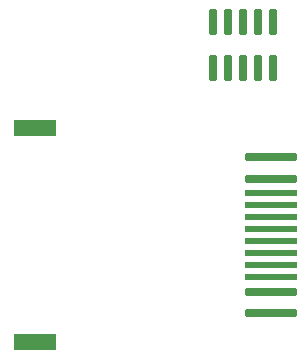
<source format=gbr>
G04 --- HEADER BEGIN --- *
G04 #@! TF.GenerationSoftware,LibrePCB,LibrePCB,1.0.1-unstable*
G04 #@! TF.CreationDate,2023-09-17T23:29:36*
G04 #@! TF.ProjectId,d0-reader,9220702f-a48e-4216-8865-87f6ea8ca353,v1*
G04 #@! TF.Part,Single*
G04 #@! TF.SameCoordinates*
G04 #@! TF.FileFunction,Paste,Top*
G04 #@! TF.FilePolarity,Positive*
%FSLAX66Y66*%
%MOMM*%
G01*
G75*
G04 --- HEADER END --- *
G04 --- APERTURE LIST BEGIN --- *
%AMROUNDEDRECT10*20,1,0.608,-1.01,0.0,1.01,0.0,90.0*20,1,0.38,-1.124,0.0,1.124,0.0,90.0*1,1,0.228,-0.19,-1.01*1,1,0.228,-0.19,1.01*1,1,0.228,0.19,1.01*1,1,0.228,0.19,-1.01*%
%ADD10ROUNDEDRECT10*%
%AMROUNDEDRECT11*20,1,0.648,-2.0975,0.0,2.0975,0.0,0.0*20,1,0.405,-2.219,0.0,2.219,0.0,0.0*1,1,0.243,-2.0975,0.2025*1,1,0.243,2.0975,0.2025*1,1,0.243,2.0975,-0.2025*1,1,0.243,-2.0975,-0.2025*%
%ADD11ROUNDEDRECT11*%
%AMROUNDEDRECT12*20,1,0.488,-2.1475,0.0,2.1475,0.0,0.0*20,1,0.305,-2.239,0.0,2.239,0.0,0.0*1,1,0.183,-2.1475,0.1525*1,1,0.183,2.1475,0.1525*1,1,0.183,2.1475,-0.1525*1,1,0.183,-2.1475,-0.1525*%
%ADD12ROUNDEDRECT12*%
%AMROUNDEDRECT13*20,1,1.36,-1.7035,0.0,1.7035,0.0,0.0*20,1,1.207,-1.78,0.0,1.78,0.0,0.0*1,1,0.153,-1.7035,0.6035*1,1,0.153,1.7035,0.6035*1,1,0.153,1.7035,-0.6035*1,1,0.153,-1.7035,-0.6035*%
%ADD13ROUNDEDRECT13*%
G04 --- APERTURE LIST END --- *
G04 --- BOARD BEGIN --- *
D10*
G04 #@! TO.C,J2*
X8890000Y4871250D03*
X8890000Y8781250D03*
X6350000Y8781250D03*
X10160000Y8781250D03*
X6350000Y4871250D03*
X7620000Y4871250D03*
X7620000Y8781250D03*
X11430000Y8781250D03*
X11430000Y4871250D03*
X10160000Y4871250D03*
D11*
G04 #@! TO.C,J3*
X11200000Y-15925000D03*
D12*
X11200000Y-5745000D03*
X11200000Y-8805000D03*
X11200000Y-7785000D03*
D11*
X11200000Y-4545000D03*
D12*
X11200000Y-12885000D03*
D13*
X-8720000Y-18385000D03*
D12*
X11200000Y-9825000D03*
D11*
X11200000Y-14085000D03*
D12*
X11200000Y-6765000D03*
D13*
X-8720000Y-245000D03*
D11*
X11200000Y-2705000D03*
D12*
X11200000Y-11865000D03*
X11200000Y-10845000D03*
G04 --- BOARD END --- *
G04 #@! TF.MD5,c9a23f9c1c6975b128ddcc1b2a8c2ace*
M02*

</source>
